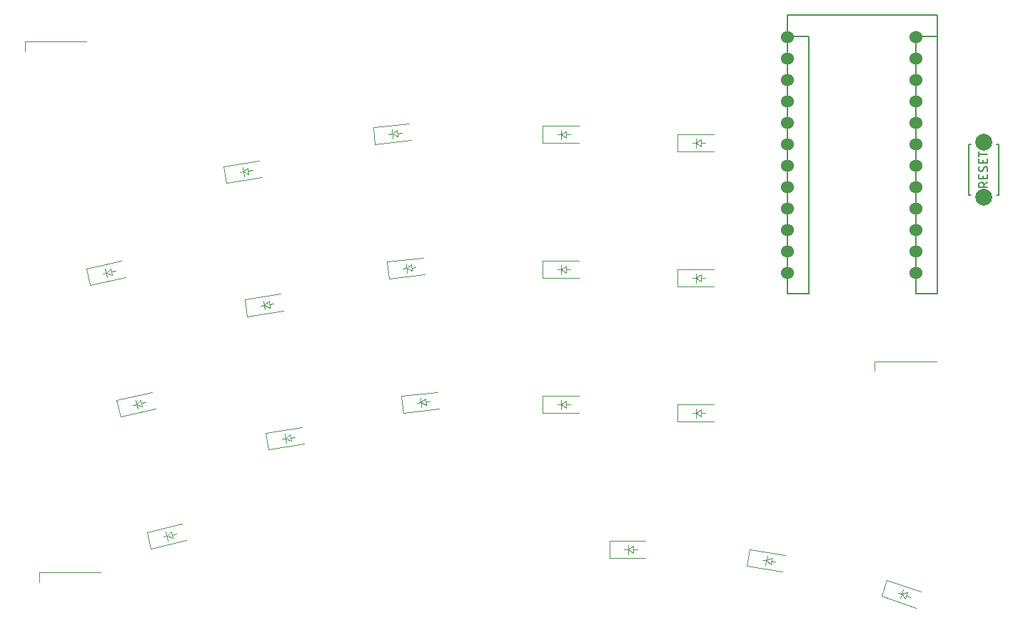
<source format=gbr>
%TF.GenerationSoftware,KiCad,Pcbnew,(5.99.0-11661-g1332208ab1)*%
%TF.CreationDate,2021-08-23T15:05:43-04:00*%
%TF.ProjectId,tapir36,74617069-7233-4362-9e6b-696361645f70,rev?*%
%TF.SameCoordinates,Original*%
%TF.FileFunction,Legend,Top*%
%TF.FilePolarity,Positive*%
%FSLAX46Y46*%
G04 Gerber Fmt 4.6, Leading zero omitted, Abs format (unit mm)*
G04 Created by KiCad (PCBNEW (5.99.0-11661-g1332208ab1)) date 2021-08-23 15:05:43*
%MOMM*%
%LPD*%
G01*
G04 APERTURE LIST*
%ADD10C,0.150000*%
%ADD11C,0.120000*%
%ADD12C,1.524000*%
%ADD13C,2.000000*%
G04 APERTURE END LIST*
D10*
%TO.C,*%
%TO.C,RSW1*%
X221052380Y-73252380D02*
X220576190Y-73585714D01*
X221052380Y-73823809D02*
X220052380Y-73823809D01*
X220052380Y-73442857D01*
X220100000Y-73347619D01*
X220147619Y-73300000D01*
X220242857Y-73252380D01*
X220385714Y-73252380D01*
X220480952Y-73300000D01*
X220528571Y-73347619D01*
X220576190Y-73442857D01*
X220576190Y-73823809D01*
X220528571Y-72823809D02*
X220528571Y-72490476D01*
X221052380Y-72347619D02*
X221052380Y-72823809D01*
X220052380Y-72823809D01*
X220052380Y-72347619D01*
X221004761Y-71966666D02*
X221052380Y-71823809D01*
X221052380Y-71585714D01*
X221004761Y-71490476D01*
X220957142Y-71442857D01*
X220861904Y-71395238D01*
X220766666Y-71395238D01*
X220671428Y-71442857D01*
X220623809Y-71490476D01*
X220576190Y-71585714D01*
X220528571Y-71776190D01*
X220480952Y-71871428D01*
X220433333Y-71919047D01*
X220338095Y-71966666D01*
X220242857Y-71966666D01*
X220147619Y-71919047D01*
X220100000Y-71871428D01*
X220052380Y-71776190D01*
X220052380Y-71538095D01*
X220100000Y-71395238D01*
X220528571Y-70966666D02*
X220528571Y-70633333D01*
X221052380Y-70490476D02*
X221052380Y-70966666D01*
X220052380Y-70966666D01*
X220052380Y-70490476D01*
X220052380Y-70204761D02*
X220052380Y-69633333D01*
X221052380Y-69919047D02*
X220052380Y-69919047D01*
%TO.C,U2*%
X197323094Y-86489999D02*
X199863094Y-86489999D01*
X215103094Y-56009999D02*
X212563094Y-56009999D01*
X215103094Y-86489999D02*
X215103094Y-56009999D01*
X199863094Y-86489999D02*
X199863094Y-56009999D01*
X197323094Y-56009999D02*
X197323094Y-86489999D01*
X215103094Y-53469999D02*
X197323094Y-53469999D01*
X212563094Y-56009999D02*
X212563094Y-86489999D01*
X212563094Y-86489999D02*
X215103094Y-86489999D01*
X197323094Y-53469999D02*
X197323094Y-86489999D01*
X199863094Y-56009999D02*
X197323094Y-56009999D01*
X215103094Y-86489999D02*
X215103094Y-53469999D01*
%TO.C,RSW1*%
X218850000Y-74800000D02*
X219100000Y-74800000D01*
X222350000Y-74800000D02*
X222100000Y-74800000D01*
X222350000Y-68800000D02*
X222100000Y-68800000D01*
X222350000Y-74800000D02*
X222350000Y-68800000D01*
X218850000Y-74800000D02*
X218850000Y-68800000D01*
X218850000Y-68800000D02*
X219100000Y-68800000D01*
D11*
%TO.C,D19*%
X214989569Y-94464958D02*
X207689569Y-94464958D01*
X207689569Y-94464958D02*
X207689569Y-95614958D01*
%TO.C,D20*%
X114189999Y-56564956D02*
X106889999Y-56564956D01*
X106889999Y-56564956D02*
X106889999Y-57714956D01*
%TO.C,D21*%
X108570000Y-119510000D02*
X108570000Y-120660000D01*
X115870000Y-119510000D02*
X108570000Y-119510000D01*
%TO.C,D1*%
X116544094Y-83997754D02*
X117218697Y-84252531D01*
X116592813Y-83986506D02*
X116105628Y-84098982D01*
X118365321Y-82550987D02*
X114175529Y-83518276D01*
X114175529Y-83518276D02*
X114625431Y-85467016D01*
X116420371Y-83461850D02*
X116667818Y-84533657D01*
X116544094Y-83997754D02*
X117038736Y-83473035D01*
X117038736Y-83473035D02*
X117218697Y-84252531D01*
X117128717Y-83862783D02*
X117615902Y-83750308D01*
X114625431Y-85467016D02*
X118815223Y-84499727D01*
%TO.C,D2*%
X120019587Y-99051771D02*
X120267034Y-100123578D01*
X120143310Y-99587675D02*
X120637952Y-99062956D01*
X118224647Y-101056937D02*
X122414439Y-100089648D01*
X117774745Y-99108197D02*
X118224647Y-101056937D01*
X120637952Y-99062956D02*
X120817913Y-99842452D01*
X120143310Y-99587675D02*
X120817913Y-99842452D01*
X121964537Y-98140908D02*
X117774745Y-99108197D01*
X120727933Y-99452704D02*
X121215118Y-99340229D01*
X120192029Y-99576427D02*
X119704844Y-99688903D01*
%TO.C,D3*%
X124327148Y-115042623D02*
X124814333Y-114930148D01*
X121373960Y-114698116D02*
X121823862Y-116646856D01*
X123742525Y-115177594D02*
X124237167Y-114652875D01*
X121823862Y-116646856D02*
X126013654Y-115679567D01*
X123742525Y-115177594D02*
X124417128Y-115432371D01*
X123618802Y-114641690D02*
X123866249Y-115713497D01*
X123791244Y-115166346D02*
X123304059Y-115278822D01*
X125563752Y-113730827D02*
X121373960Y-114698116D01*
X124237167Y-114652875D02*
X124417128Y-115432371D01*
%TO.C,D4*%
X130773465Y-73339680D02*
X135020525Y-72667012D01*
X132839329Y-72000014D02*
X132345485Y-72078232D01*
X133319984Y-71518900D02*
X133445132Y-72309051D01*
X132789945Y-72007836D02*
X133319984Y-71518900D01*
X130460596Y-71364304D02*
X130773465Y-73339680D01*
X134707656Y-70691635D02*
X130460596Y-71364304D01*
X132703906Y-71464607D02*
X132875984Y-72551065D01*
X133382558Y-71913975D02*
X133876402Y-71835758D01*
X132789945Y-72007836D02*
X133445132Y-72309051D01*
%TO.C,D5*%
X135822938Y-87321916D02*
X135948086Y-88112067D01*
X133276419Y-89142696D02*
X137523479Y-88470028D01*
X135342283Y-87803030D02*
X134848439Y-87881248D01*
X135206860Y-87267623D02*
X135378938Y-88354081D01*
X132963550Y-87167320D02*
X133276419Y-89142696D01*
X135292899Y-87810852D02*
X135948086Y-88112067D01*
X137210610Y-86494651D02*
X132963550Y-87167320D01*
X135885512Y-87716991D02*
X136379356Y-87638774D01*
X135292899Y-87810852D02*
X135822938Y-87321916D01*
%TO.C,D6*%
X137795848Y-103613866D02*
X138451035Y-103915081D01*
X139713559Y-102297665D02*
X135466499Y-102970334D01*
X138325887Y-103124930D02*
X138451035Y-103915081D01*
X135466499Y-102970334D02*
X135779368Y-104945710D01*
X137795848Y-103613866D02*
X138325887Y-103124930D01*
X138388461Y-103520005D02*
X138882305Y-103441788D01*
X137845232Y-103606044D02*
X137351388Y-103684262D01*
X137709809Y-103070637D02*
X137881887Y-104157095D01*
X135779368Y-104945710D02*
X140026428Y-104273042D01*
%TO.C,D7*%
X150486024Y-67519270D02*
X151124549Y-67854362D01*
X148402605Y-68743754D02*
X152679049Y-68294282D01*
X150535750Y-67514044D02*
X150038489Y-67566308D01*
X151082737Y-67456553D02*
X151579998Y-67404289D01*
X150486024Y-67519270D02*
X151040926Y-67058744D01*
X150428534Y-66972283D02*
X150543515Y-68066257D01*
X148193548Y-66754711D02*
X148402605Y-68743754D01*
X152469992Y-66305238D02*
X148193548Y-66754711D01*
X151040926Y-67058744D02*
X151124549Y-67854362D01*
%TO.C,D8*%
X154142448Y-82217587D02*
X149866004Y-82667060D01*
X152208206Y-83426393D02*
X151710945Y-83478657D01*
X152158480Y-83431619D02*
X152713382Y-82971093D01*
X152755193Y-83368902D02*
X153252454Y-83316638D01*
X150075061Y-84656103D02*
X154351505Y-84206631D01*
X149866004Y-82667060D02*
X150075061Y-84656103D01*
X152158480Y-83431619D02*
X152797005Y-83766711D01*
X152100990Y-82884632D02*
X152215971Y-83978606D01*
X152713382Y-82971093D02*
X152797005Y-83766711D01*
%TO.C,D9*%
X151747516Y-100568453D02*
X156023960Y-100118981D01*
X154427648Y-99281252D02*
X154924909Y-99228988D01*
X155814903Y-98129937D02*
X151538459Y-98579410D01*
X154385837Y-98883443D02*
X154469460Y-99679061D01*
X153880661Y-99338743D02*
X153383400Y-99391007D01*
X151538459Y-98579410D02*
X151747516Y-100568453D01*
X153830935Y-99343969D02*
X154469460Y-99679061D01*
X153830935Y-99343969D02*
X154385837Y-98883443D01*
X153773445Y-98796982D02*
X153888426Y-99890956D01*
%TO.C,D11*%
X170502606Y-67599286D02*
X171102606Y-67999286D01*
X172602606Y-66599286D02*
X168302606Y-66599286D01*
X168302606Y-68599286D02*
X172602606Y-68599286D01*
X170502606Y-67599286D02*
X171102606Y-67199286D01*
X170502606Y-67049286D02*
X170502606Y-68149286D01*
X171102606Y-67199286D02*
X171102606Y-67999286D01*
X170552606Y-67599286D02*
X170052606Y-67599286D01*
X171102606Y-67599286D02*
X171602606Y-67599286D01*
X168302606Y-66599286D02*
X168302606Y-68599286D01*
%TO.C,D12*%
X171102604Y-83199285D02*
X171102604Y-83999285D01*
X168302604Y-84599285D02*
X172602604Y-84599285D01*
X170502604Y-83049285D02*
X170502604Y-84149285D01*
X170552604Y-83599285D02*
X170052604Y-83599285D01*
X171102604Y-83599285D02*
X171602604Y-83599285D01*
X168302604Y-82599285D02*
X168302604Y-84599285D01*
X170502604Y-83599285D02*
X171102604Y-83999285D01*
X170502604Y-83599285D02*
X171102604Y-83199285D01*
X172602604Y-82599285D02*
X168302604Y-82599285D01*
%TO.C,D13*%
X168302604Y-100599285D02*
X172602604Y-100599285D01*
X170502604Y-99599285D02*
X171102604Y-99999285D01*
X170552604Y-99599285D02*
X170052604Y-99599285D01*
X168302604Y-98599285D02*
X168302604Y-100599285D01*
X172602604Y-98599285D02*
X168302604Y-98599285D01*
X171102604Y-99599285D02*
X171602604Y-99599285D01*
X170502604Y-99599285D02*
X171102604Y-99199285D01*
X170502604Y-99049285D02*
X170502604Y-100149285D01*
X171102604Y-99199285D02*
X171102604Y-99999285D01*
%TO.C,D16*%
X184302604Y-85599285D02*
X188602604Y-85599285D01*
X187102604Y-84599285D02*
X187602604Y-84599285D01*
X187102604Y-84199285D02*
X187102604Y-84999285D01*
X184302604Y-83599285D02*
X184302604Y-85599285D01*
X188602604Y-83599285D02*
X184302604Y-83599285D01*
X186502604Y-84049285D02*
X186502604Y-85149285D01*
X186552604Y-84599285D02*
X186052604Y-84599285D01*
X186502604Y-84599285D02*
X187102604Y-84999285D01*
X186502604Y-84599285D02*
X187102604Y-84199285D01*
%TO.C,D17*%
X184302604Y-101599287D02*
X188602604Y-101599287D01*
X184302604Y-99599287D02*
X184302604Y-101599287D01*
X186552604Y-100599287D02*
X186052604Y-100599287D01*
X186502604Y-100599287D02*
X187102604Y-100199287D01*
X187102604Y-100199287D02*
X187102604Y-100999287D01*
X186502604Y-100049287D02*
X186502604Y-101149287D01*
X186502604Y-100599287D02*
X187102604Y-100999287D01*
X188602604Y-99599287D02*
X184302604Y-99599287D01*
X187102604Y-100599287D02*
X187602604Y-100599287D01*
%TO.C,D15*%
X186502605Y-68049286D02*
X186502605Y-69149286D01*
X187102605Y-68199286D02*
X187102605Y-68999286D01*
X186552605Y-68599286D02*
X186052605Y-68599286D01*
X187102605Y-68599286D02*
X187602605Y-68599286D01*
X188602605Y-67599286D02*
X184302605Y-67599286D01*
X184302605Y-69599286D02*
X188602605Y-69599286D01*
X186502605Y-68599286D02*
X187102605Y-68999286D01*
X184302605Y-67599286D02*
X184302605Y-69599286D01*
X186502605Y-68599286D02*
X187102605Y-68199286D01*
%TO.C,D18*%
X211056836Y-121520464D02*
X210698711Y-122560534D01*
X211445085Y-122235840D02*
X211917844Y-122398624D01*
X210877773Y-122040499D02*
X211575312Y-121857633D01*
X208472064Y-122269768D02*
X212537794Y-123669711D01*
X209123201Y-120378731D02*
X208472064Y-122269768D01*
X210925049Y-122056778D02*
X210452290Y-121893993D01*
X211575312Y-121857633D02*
X211314857Y-122614047D01*
X213188931Y-121778674D02*
X209123201Y-120378731D01*
X210877773Y-122040499D02*
X211314857Y-122614047D01*
%TO.C,D14*%
X192499719Y-118715602D02*
X196746779Y-119388271D01*
X192812588Y-116740226D02*
X192499719Y-118715602D01*
X197059648Y-117412894D02*
X192812588Y-116740226D01*
X195484255Y-117770855D02*
X195359107Y-118561006D01*
X194915107Y-117528841D02*
X194743029Y-118615299D01*
X195421681Y-118165931D02*
X195915525Y-118244148D01*
X194829068Y-118072070D02*
X195484255Y-117770855D01*
X194829068Y-118072070D02*
X195359107Y-118561006D01*
X194878452Y-118079892D02*
X194384608Y-118001674D01*
%TO.C,D10*%
X178417254Y-116787017D02*
X179017254Y-116387017D01*
X178417254Y-116787017D02*
X179017254Y-117187017D01*
X176217254Y-117787017D02*
X180517254Y-117787017D01*
X178417254Y-116237017D02*
X178417254Y-117337017D01*
X178467254Y-116787017D02*
X177967254Y-116787017D01*
X176217254Y-115787017D02*
X176217254Y-117787017D01*
X180517254Y-115787017D02*
X176217254Y-115787017D01*
X179017254Y-116387017D02*
X179017254Y-117187017D01*
X179017254Y-116787017D02*
X179517254Y-116787017D01*
%TD*%
D12*
%TO.C,U2*%
X197294279Y-56084254D03*
X197294279Y-58624254D03*
X197294279Y-61164254D03*
X197294279Y-63704254D03*
X197294279Y-66244254D03*
X197294279Y-68784254D03*
X197294279Y-71324254D03*
X197294279Y-73864254D03*
X197294279Y-76404254D03*
X197294279Y-78944254D03*
X197294279Y-81484254D03*
X197294279Y-84024254D03*
X212534279Y-84024254D03*
X212534279Y-81484254D03*
X212534279Y-78944254D03*
X212534279Y-76404254D03*
X212534279Y-73864254D03*
X212534279Y-71324254D03*
X212534279Y-68784254D03*
X212534279Y-66244254D03*
X212534279Y-63704254D03*
X212534279Y-61164254D03*
X212534279Y-58624254D03*
X212534279Y-56084254D03*
%TD*%
D13*
%TO.C,RSW1*%
X220600000Y-68550000D03*
X220600000Y-75050000D03*
%TD*%
M02*

</source>
